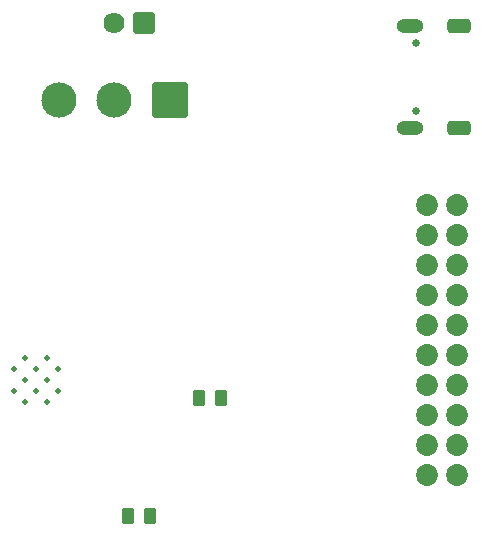
<source format=gbr>
%TF.GenerationSoftware,KiCad,Pcbnew,8.0.6-8.0.6-0~ubuntu24.04.1*%
%TF.CreationDate,2024-10-24T10:36:02+02:00*%
%TF.ProjectId,Projet1,50726f6a-6574-4312-9e6b-696361645f70,rev?*%
%TF.SameCoordinates,Original*%
%TF.FileFunction,Soldermask,Bot*%
%TF.FilePolarity,Negative*%
%FSLAX46Y46*%
G04 Gerber Fmt 4.6, Leading zero omitted, Abs format (unit mm)*
G04 Created by KiCad (PCBNEW 8.0.6-8.0.6-0~ubuntu24.04.1) date 2024-10-24 10:36:02*
%MOMM*%
%LPD*%
G01*
G04 APERTURE LIST*
G04 Aperture macros list*
%AMRoundRect*
0 Rectangle with rounded corners*
0 $1 Rounding radius*
0 $2 $3 $4 $5 $6 $7 $8 $9 X,Y pos of 4 corners*
0 Add a 4 corners polygon primitive as box body*
4,1,4,$2,$3,$4,$5,$6,$7,$8,$9,$2,$3,0*
0 Add four circle primitives for the rounded corners*
1,1,$1+$1,$2,$3*
1,1,$1+$1,$4,$5*
1,1,$1+$1,$6,$7*
1,1,$1+$1,$8,$9*
0 Add four rect primitives between the rounded corners*
20,1,$1+$1,$2,$3,$4,$5,0*
20,1,$1+$1,$4,$5,$6,$7,0*
20,1,$1+$1,$6,$7,$8,$9,0*
20,1,$1+$1,$8,$9,$2,$3,0*%
G04 Aperture macros list end*
%ADD10RoundRect,0.102000X1.387500X1.387500X-1.387500X1.387500X-1.387500X-1.387500X1.387500X-1.387500X0*%
%ADD11C,2.979000*%
%ADD12C,0.504000*%
%ADD13C,0.650000*%
%ADD14O,2.304000X1.204000*%
%ADD15RoundRect,0.301000X0.701000X-0.301000X0.701000X0.301000X-0.701000X0.301000X-0.701000X-0.301000X0*%
%ADD16C,1.854000*%
%ADD17RoundRect,0.102000X-0.787500X-0.787500X0.787500X-0.787500X0.787500X0.787500X-0.787500X0.787500X0*%
%ADD18C,1.779000*%
%ADD19RoundRect,0.250000X-0.262500X-0.450000X0.262500X-0.450000X0.262500X0.450000X-0.262500X0.450000X0*%
G04 APERTURE END LIST*
D10*
%TO.C,S1*%
X117200000Y-113750000D03*
D11*
X112500000Y-113750000D03*
X107800000Y-113750000D03*
%TD*%
D12*
%TO.C,U3*%
X104045000Y-138417500D03*
X104045000Y-136582500D03*
X104962500Y-139335000D03*
X104962500Y-137500000D03*
X104962500Y-135665000D03*
X105880000Y-138417500D03*
X105880000Y-136582500D03*
X106797500Y-139335000D03*
X106797500Y-137500000D03*
X106797500Y-135665000D03*
X107715000Y-138417500D03*
X107715000Y-136582500D03*
%TD*%
D13*
%TO.C,J2*%
X138000000Y-114710000D03*
X138000000Y-108930000D03*
D14*
X137500000Y-116140000D03*
X137500000Y-107500000D03*
D15*
X141680000Y-116140000D03*
X141680000Y-107500000D03*
%TD*%
D16*
%TO.C,J1*%
X141500000Y-145500000D03*
X138960000Y-145500000D03*
X141500000Y-142960000D03*
X138960000Y-142960000D03*
X141500000Y-140420000D03*
X138960000Y-140420000D03*
X141500000Y-137880000D03*
X138960000Y-137880000D03*
X141500000Y-135340000D03*
X138960000Y-135340000D03*
X141500000Y-132800000D03*
X138960000Y-132800000D03*
X141500000Y-130260000D03*
X138960000Y-130260000D03*
X141500000Y-127720000D03*
X138960000Y-127720000D03*
X141500000Y-125180000D03*
X138960000Y-125180000D03*
X141500000Y-122640000D03*
X138960000Y-122640000D03*
%TD*%
D17*
%TO.C,J3*%
X115000000Y-107250000D03*
D18*
X112500000Y-107250000D03*
%TD*%
D19*
%TO.C,R7*%
X119675000Y-139000000D03*
X121500000Y-139000000D03*
%TD*%
%TO.C,R4*%
X113675000Y-149000000D03*
X115500000Y-149000000D03*
%TD*%
M02*

</source>
